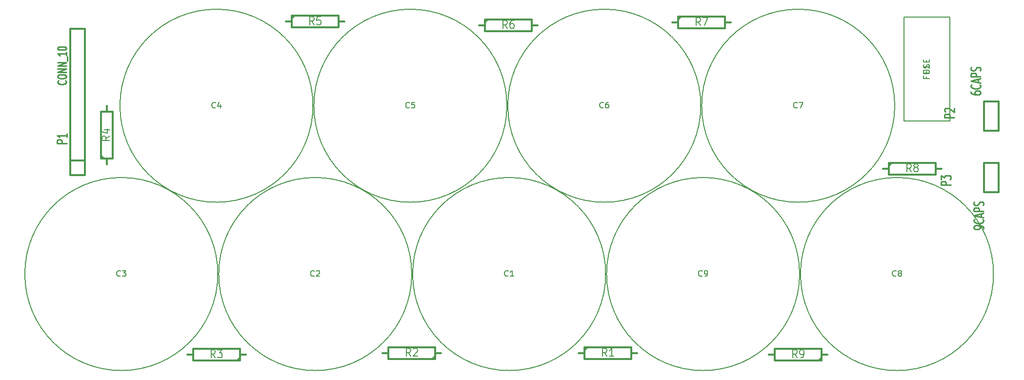
<source format=gto>
G04 (created by PCBNEW (2013-05-31 BZR 4019)-stable) date 4/29/2014 5:18:13 PM*
%MOIN*%
G04 Gerber Fmt 3.4, Leading zero omitted, Abs format*
%FSLAX34Y34*%
G01*
G70*
G90*
G04 APERTURE LIST*
%ADD10C,0.00393701*%
%ADD11C,0.00590551*%
%ADD12C,0.012*%
%ADD13C,0.0107*%
%ADD14C,0.01*%
%ADD15C,0.008*%
G04 APERTURE END LIST*
G54D10*
G54D11*
X77800Y-23456D02*
X79374Y-23456D01*
X79374Y-23456D02*
X79374Y-30543D01*
X79374Y-30543D02*
X76225Y-30543D01*
X76225Y-30543D02*
X76225Y-23456D01*
X76225Y-23456D02*
X77800Y-23456D01*
G54D12*
X20250Y-34250D02*
X19250Y-34250D01*
X19250Y-34250D02*
X19250Y-24250D01*
X19250Y-24250D02*
X20250Y-24250D01*
X20250Y-24250D02*
X20250Y-34250D01*
X20250Y-33250D02*
X19250Y-33250D01*
G54D11*
X55844Y-41000D02*
G75*
G03X55844Y-41000I-6594J0D01*
G74*
G01*
X42594Y-41000D02*
G75*
G03X42594Y-41000I-6594J0D01*
G74*
G01*
X29344Y-41000D02*
G75*
G03X29344Y-41000I-6594J0D01*
G74*
G01*
X35844Y-29500D02*
G75*
G03X35844Y-29500I-6594J0D01*
G74*
G01*
X49094Y-29500D02*
G75*
G03X49094Y-29500I-6594J0D01*
G74*
G01*
X62344Y-29500D02*
G75*
G03X62344Y-29500I-6594J0D01*
G74*
G01*
X75594Y-29500D02*
G75*
G03X75594Y-29500I-6594J0D01*
G74*
G01*
X82344Y-41000D02*
G75*
G03X82344Y-41000I-6594J0D01*
G74*
G01*
X69094Y-41000D02*
G75*
G03X69094Y-41000I-6594J0D01*
G74*
G01*
G54D12*
X54000Y-46400D02*
X54400Y-46400D01*
X54400Y-46400D02*
X54400Y-46000D01*
X54400Y-46000D02*
X57600Y-46000D01*
X57600Y-46000D02*
X57600Y-46800D01*
X57600Y-46800D02*
X54400Y-46800D01*
X54400Y-46800D02*
X54400Y-46400D01*
X54400Y-46200D02*
X54600Y-46000D01*
X58000Y-46400D02*
X57600Y-46400D01*
X44600Y-46400D02*
X44200Y-46400D01*
X44200Y-46400D02*
X44200Y-46800D01*
X44200Y-46800D02*
X41000Y-46800D01*
X41000Y-46800D02*
X41000Y-46000D01*
X41000Y-46000D02*
X44200Y-46000D01*
X44200Y-46000D02*
X44200Y-46400D01*
X44200Y-46600D02*
X44000Y-46800D01*
X40600Y-46400D02*
X41000Y-46400D01*
X31250Y-46500D02*
X30850Y-46500D01*
X30850Y-46500D02*
X30850Y-46900D01*
X30850Y-46900D02*
X27650Y-46900D01*
X27650Y-46900D02*
X27650Y-46100D01*
X27650Y-46100D02*
X30850Y-46100D01*
X30850Y-46100D02*
X30850Y-46500D01*
X30850Y-46700D02*
X30650Y-46900D01*
X27250Y-46500D02*
X27650Y-46500D01*
X21750Y-33500D02*
X21750Y-33100D01*
X21750Y-33100D02*
X21350Y-33100D01*
X21350Y-33100D02*
X21350Y-29900D01*
X21350Y-29900D02*
X22150Y-29900D01*
X22150Y-29900D02*
X22150Y-33100D01*
X22150Y-33100D02*
X21750Y-33100D01*
X21550Y-33100D02*
X21350Y-32900D01*
X21750Y-29500D02*
X21750Y-29900D01*
X34000Y-23750D02*
X34400Y-23750D01*
X34400Y-23750D02*
X34400Y-23350D01*
X34400Y-23350D02*
X37600Y-23350D01*
X37600Y-23350D02*
X37600Y-24150D01*
X37600Y-24150D02*
X34400Y-24150D01*
X34400Y-24150D02*
X34400Y-23750D01*
X34400Y-23550D02*
X34600Y-23350D01*
X38000Y-23750D02*
X37600Y-23750D01*
X60400Y-23800D02*
X60800Y-23800D01*
X60800Y-23800D02*
X60800Y-23400D01*
X60800Y-23400D02*
X64000Y-23400D01*
X64000Y-23400D02*
X64000Y-24200D01*
X64000Y-24200D02*
X60800Y-24200D01*
X60800Y-24200D02*
X60800Y-23800D01*
X60800Y-23600D02*
X61000Y-23400D01*
X64400Y-23800D02*
X64000Y-23800D01*
X74800Y-33800D02*
X75200Y-33800D01*
X75200Y-33800D02*
X75200Y-33400D01*
X75200Y-33400D02*
X78400Y-33400D01*
X78400Y-33400D02*
X78400Y-34200D01*
X78400Y-34200D02*
X75200Y-34200D01*
X75200Y-34200D02*
X75200Y-33800D01*
X75200Y-33600D02*
X75400Y-33400D01*
X78800Y-33800D02*
X78400Y-33800D01*
X71000Y-46500D02*
X70600Y-46500D01*
X70600Y-46500D02*
X70600Y-46900D01*
X70600Y-46900D02*
X67400Y-46900D01*
X67400Y-46900D02*
X67400Y-46100D01*
X67400Y-46100D02*
X70600Y-46100D01*
X70600Y-46100D02*
X70600Y-46500D01*
X70600Y-46700D02*
X70400Y-46900D01*
X67000Y-46500D02*
X67400Y-46500D01*
X47200Y-24000D02*
X47600Y-24000D01*
X47600Y-24000D02*
X47600Y-23600D01*
X47600Y-23600D02*
X50800Y-23600D01*
X50800Y-23600D02*
X50800Y-24400D01*
X50800Y-24400D02*
X47600Y-24400D01*
X47600Y-24400D02*
X47600Y-24000D01*
X47600Y-23800D02*
X47800Y-23600D01*
X51200Y-24000D02*
X50800Y-24000D01*
X82700Y-31200D02*
X81700Y-31200D01*
X81700Y-31200D02*
X81700Y-29200D01*
X81700Y-29200D02*
X82700Y-29200D01*
X82700Y-29200D02*
X82700Y-31200D01*
X81700Y-33400D02*
X82700Y-33400D01*
X82700Y-33400D02*
X82700Y-35400D01*
X82700Y-35400D02*
X81700Y-35400D01*
X81700Y-35400D02*
X81700Y-33400D01*
G54D11*
X77753Y-27131D02*
X77753Y-27262D01*
X77959Y-27262D02*
X77565Y-27262D01*
X77565Y-27074D01*
X77959Y-26718D02*
X77959Y-26943D01*
X77959Y-26831D02*
X77565Y-26831D01*
X77621Y-26868D01*
X77659Y-26906D01*
X77678Y-26943D01*
X77753Y-27515D02*
X77753Y-27646D01*
X77959Y-27646D02*
X77565Y-27646D01*
X77565Y-27459D01*
X77565Y-27309D02*
X77884Y-27309D01*
X77921Y-27290D01*
X77940Y-27271D01*
X77959Y-27234D01*
X77959Y-27159D01*
X77940Y-27121D01*
X77921Y-27103D01*
X77884Y-27084D01*
X77565Y-27084D01*
X77940Y-26915D02*
X77959Y-26859D01*
X77959Y-26765D01*
X77940Y-26728D01*
X77921Y-26709D01*
X77884Y-26690D01*
X77846Y-26690D01*
X77809Y-26709D01*
X77790Y-26728D01*
X77771Y-26765D01*
X77753Y-26840D01*
X77734Y-26878D01*
X77715Y-26896D01*
X77678Y-26915D01*
X77640Y-26915D01*
X77603Y-26896D01*
X77584Y-26878D01*
X77565Y-26840D01*
X77565Y-26746D01*
X77584Y-26690D01*
X77753Y-26521D02*
X77753Y-26390D01*
X77959Y-26334D02*
X77959Y-26521D01*
X77565Y-26521D01*
X77565Y-26334D01*
G54D13*
X79675Y-30315D02*
X78994Y-30315D01*
X78994Y-30152D01*
X79027Y-30112D01*
X79059Y-30091D01*
X79124Y-30071D01*
X79221Y-30071D01*
X79286Y-30091D01*
X79318Y-30112D01*
X79351Y-30152D01*
X79351Y-30315D01*
X79059Y-29908D02*
X79027Y-29887D01*
X78994Y-29847D01*
X78994Y-29745D01*
X79027Y-29704D01*
X79059Y-29684D01*
X79124Y-29663D01*
X79189Y-29663D01*
X79286Y-29684D01*
X79675Y-29928D01*
X79675Y-29663D01*
G54D12*
G54D13*
X79425Y-34915D02*
X78744Y-34915D01*
X78744Y-34752D01*
X78777Y-34712D01*
X78809Y-34691D01*
X78874Y-34671D01*
X78971Y-34671D01*
X79036Y-34691D01*
X79068Y-34712D01*
X79101Y-34752D01*
X79101Y-34915D01*
X78744Y-34528D02*
X78744Y-34263D01*
X79004Y-34406D01*
X79004Y-34345D01*
X79036Y-34304D01*
X79068Y-34284D01*
X79133Y-34263D01*
X79295Y-34263D01*
X79360Y-34284D01*
X79393Y-34304D01*
X79425Y-34345D01*
X79425Y-34467D01*
X79393Y-34508D01*
X79360Y-34528D01*
G54D12*
G54D13*
X19025Y-32065D02*
X18344Y-32065D01*
X18344Y-31902D01*
X18377Y-31862D01*
X18409Y-31841D01*
X18474Y-31821D01*
X18571Y-31821D01*
X18636Y-31841D01*
X18668Y-31862D01*
X18701Y-31902D01*
X18701Y-32065D01*
X19025Y-31413D02*
X19025Y-31658D01*
X19025Y-31536D02*
X18344Y-31536D01*
X18441Y-31576D01*
X18506Y-31617D01*
X18539Y-31658D01*
G54D12*
G54D14*
X18935Y-27788D02*
X18964Y-27807D01*
X18992Y-27864D01*
X18992Y-27902D01*
X18964Y-27959D01*
X18907Y-27997D01*
X18850Y-28016D01*
X18735Y-28035D01*
X18650Y-28035D01*
X18535Y-28016D01*
X18478Y-27997D01*
X18421Y-27959D01*
X18392Y-27902D01*
X18392Y-27864D01*
X18421Y-27807D01*
X18450Y-27788D01*
X18392Y-27540D02*
X18392Y-27464D01*
X18421Y-27426D01*
X18478Y-27388D01*
X18592Y-27369D01*
X18792Y-27369D01*
X18907Y-27388D01*
X18964Y-27426D01*
X18992Y-27464D01*
X18992Y-27540D01*
X18964Y-27578D01*
X18907Y-27616D01*
X18792Y-27635D01*
X18592Y-27635D01*
X18478Y-27616D01*
X18421Y-27578D01*
X18392Y-27540D01*
X18992Y-27197D02*
X18392Y-27197D01*
X18992Y-26969D01*
X18392Y-26969D01*
X18992Y-26778D02*
X18392Y-26778D01*
X18992Y-26550D01*
X18392Y-26550D01*
X19050Y-26454D02*
X19050Y-26150D01*
X18992Y-25845D02*
X18992Y-26073D01*
X18992Y-25959D02*
X18392Y-25959D01*
X18478Y-25997D01*
X18535Y-26035D01*
X18564Y-26073D01*
X18392Y-25597D02*
X18392Y-25559D01*
X18421Y-25521D01*
X18450Y-25502D01*
X18507Y-25483D01*
X18621Y-25464D01*
X18764Y-25464D01*
X18878Y-25483D01*
X18935Y-25502D01*
X18964Y-25521D01*
X18992Y-25559D01*
X18992Y-25597D01*
X18964Y-25635D01*
X18935Y-25654D01*
X18878Y-25673D01*
X18764Y-25692D01*
X18621Y-25692D01*
X18507Y-25673D01*
X18450Y-25654D01*
X18421Y-25635D01*
X18392Y-25597D01*
G54D12*
G54D11*
X49184Y-41121D02*
X49165Y-41140D01*
X49109Y-41159D01*
X49071Y-41159D01*
X49015Y-41140D01*
X48978Y-41103D01*
X48959Y-41065D01*
X48940Y-40990D01*
X48940Y-40934D01*
X48959Y-40859D01*
X48978Y-40821D01*
X49015Y-40784D01*
X49071Y-40765D01*
X49109Y-40765D01*
X49165Y-40784D01*
X49184Y-40803D01*
X49559Y-41159D02*
X49334Y-41159D01*
X49446Y-41159D02*
X49446Y-40765D01*
X49409Y-40821D01*
X49371Y-40859D01*
X49334Y-40878D01*
X35934Y-41121D02*
X35915Y-41140D01*
X35859Y-41159D01*
X35821Y-41159D01*
X35765Y-41140D01*
X35728Y-41103D01*
X35709Y-41065D01*
X35690Y-40990D01*
X35690Y-40934D01*
X35709Y-40859D01*
X35728Y-40821D01*
X35765Y-40784D01*
X35821Y-40765D01*
X35859Y-40765D01*
X35915Y-40784D01*
X35934Y-40803D01*
X36084Y-40803D02*
X36103Y-40784D01*
X36140Y-40765D01*
X36234Y-40765D01*
X36271Y-40784D01*
X36290Y-40803D01*
X36309Y-40840D01*
X36309Y-40878D01*
X36290Y-40934D01*
X36065Y-41159D01*
X36309Y-41159D01*
X22684Y-41121D02*
X22665Y-41140D01*
X22609Y-41159D01*
X22571Y-41159D01*
X22515Y-41140D01*
X22478Y-41103D01*
X22459Y-41065D01*
X22440Y-40990D01*
X22440Y-40934D01*
X22459Y-40859D01*
X22478Y-40821D01*
X22515Y-40784D01*
X22571Y-40765D01*
X22609Y-40765D01*
X22665Y-40784D01*
X22684Y-40803D01*
X22815Y-40765D02*
X23059Y-40765D01*
X22928Y-40915D01*
X22984Y-40915D01*
X23021Y-40934D01*
X23040Y-40953D01*
X23059Y-40990D01*
X23059Y-41084D01*
X23040Y-41121D01*
X23021Y-41140D01*
X22984Y-41159D01*
X22871Y-41159D01*
X22834Y-41140D01*
X22815Y-41121D01*
X29184Y-29621D02*
X29165Y-29640D01*
X29109Y-29659D01*
X29071Y-29659D01*
X29015Y-29640D01*
X28978Y-29603D01*
X28959Y-29565D01*
X28940Y-29490D01*
X28940Y-29434D01*
X28959Y-29359D01*
X28978Y-29321D01*
X29015Y-29284D01*
X29071Y-29265D01*
X29109Y-29265D01*
X29165Y-29284D01*
X29184Y-29303D01*
X29521Y-29396D02*
X29521Y-29659D01*
X29428Y-29246D02*
X29334Y-29528D01*
X29578Y-29528D01*
X42434Y-29621D02*
X42415Y-29640D01*
X42359Y-29659D01*
X42321Y-29659D01*
X42265Y-29640D01*
X42228Y-29603D01*
X42209Y-29565D01*
X42190Y-29490D01*
X42190Y-29434D01*
X42209Y-29359D01*
X42228Y-29321D01*
X42265Y-29284D01*
X42321Y-29265D01*
X42359Y-29265D01*
X42415Y-29284D01*
X42434Y-29303D01*
X42790Y-29265D02*
X42603Y-29265D01*
X42584Y-29453D01*
X42603Y-29434D01*
X42640Y-29415D01*
X42734Y-29415D01*
X42771Y-29434D01*
X42790Y-29453D01*
X42809Y-29490D01*
X42809Y-29584D01*
X42790Y-29621D01*
X42771Y-29640D01*
X42734Y-29659D01*
X42640Y-29659D01*
X42603Y-29640D01*
X42584Y-29621D01*
X55684Y-29621D02*
X55665Y-29640D01*
X55609Y-29659D01*
X55571Y-29659D01*
X55515Y-29640D01*
X55478Y-29603D01*
X55459Y-29565D01*
X55440Y-29490D01*
X55440Y-29434D01*
X55459Y-29359D01*
X55478Y-29321D01*
X55515Y-29284D01*
X55571Y-29265D01*
X55609Y-29265D01*
X55665Y-29284D01*
X55684Y-29303D01*
X56021Y-29265D02*
X55946Y-29265D01*
X55909Y-29284D01*
X55890Y-29303D01*
X55853Y-29359D01*
X55834Y-29434D01*
X55834Y-29584D01*
X55853Y-29621D01*
X55871Y-29640D01*
X55909Y-29659D01*
X55984Y-29659D01*
X56021Y-29640D01*
X56040Y-29621D01*
X56059Y-29584D01*
X56059Y-29490D01*
X56040Y-29453D01*
X56021Y-29434D01*
X55984Y-29415D01*
X55909Y-29415D01*
X55871Y-29434D01*
X55853Y-29453D01*
X55834Y-29490D01*
X68934Y-29621D02*
X68915Y-29640D01*
X68859Y-29659D01*
X68821Y-29659D01*
X68765Y-29640D01*
X68728Y-29603D01*
X68709Y-29565D01*
X68690Y-29490D01*
X68690Y-29434D01*
X68709Y-29359D01*
X68728Y-29321D01*
X68765Y-29284D01*
X68821Y-29265D01*
X68859Y-29265D01*
X68915Y-29284D01*
X68934Y-29303D01*
X69065Y-29265D02*
X69328Y-29265D01*
X69159Y-29659D01*
X75684Y-41121D02*
X75665Y-41140D01*
X75609Y-41159D01*
X75571Y-41159D01*
X75515Y-41140D01*
X75478Y-41103D01*
X75459Y-41065D01*
X75440Y-40990D01*
X75440Y-40934D01*
X75459Y-40859D01*
X75478Y-40821D01*
X75515Y-40784D01*
X75571Y-40765D01*
X75609Y-40765D01*
X75665Y-40784D01*
X75684Y-40803D01*
X75909Y-40934D02*
X75871Y-40915D01*
X75853Y-40896D01*
X75834Y-40859D01*
X75834Y-40840D01*
X75853Y-40803D01*
X75871Y-40784D01*
X75909Y-40765D01*
X75984Y-40765D01*
X76021Y-40784D01*
X76040Y-40803D01*
X76059Y-40840D01*
X76059Y-40859D01*
X76040Y-40896D01*
X76021Y-40915D01*
X75984Y-40934D01*
X75909Y-40934D01*
X75871Y-40953D01*
X75853Y-40971D01*
X75834Y-41009D01*
X75834Y-41084D01*
X75853Y-41121D01*
X75871Y-41140D01*
X75909Y-41159D01*
X75984Y-41159D01*
X76021Y-41140D01*
X76040Y-41121D01*
X76059Y-41084D01*
X76059Y-41009D01*
X76040Y-40971D01*
X76021Y-40953D01*
X75984Y-40934D01*
X62434Y-41121D02*
X62415Y-41140D01*
X62359Y-41159D01*
X62321Y-41159D01*
X62265Y-41140D01*
X62228Y-41103D01*
X62209Y-41065D01*
X62190Y-40990D01*
X62190Y-40934D01*
X62209Y-40859D01*
X62228Y-40821D01*
X62265Y-40784D01*
X62321Y-40765D01*
X62359Y-40765D01*
X62415Y-40784D01*
X62434Y-40803D01*
X62621Y-41159D02*
X62696Y-41159D01*
X62734Y-41140D01*
X62753Y-41121D01*
X62790Y-41065D01*
X62809Y-40990D01*
X62809Y-40840D01*
X62790Y-40803D01*
X62771Y-40784D01*
X62734Y-40765D01*
X62659Y-40765D01*
X62621Y-40784D01*
X62603Y-40803D01*
X62584Y-40840D01*
X62584Y-40934D01*
X62603Y-40971D01*
X62621Y-40990D01*
X62659Y-41009D01*
X62734Y-41009D01*
X62771Y-40990D01*
X62790Y-40971D01*
X62809Y-40934D01*
G54D15*
X55916Y-46622D02*
X55750Y-46360D01*
X55630Y-46622D02*
X55630Y-46072D01*
X55821Y-46072D01*
X55869Y-46098D01*
X55892Y-46125D01*
X55916Y-46177D01*
X55916Y-46255D01*
X55892Y-46308D01*
X55869Y-46334D01*
X55821Y-46360D01*
X55630Y-46360D01*
X56392Y-46622D02*
X56107Y-46622D01*
X56250Y-46622D02*
X56250Y-46072D01*
X56202Y-46151D01*
X56154Y-46203D01*
X56107Y-46229D01*
X42516Y-46622D02*
X42350Y-46360D01*
X42230Y-46622D02*
X42230Y-46072D01*
X42421Y-46072D01*
X42469Y-46098D01*
X42492Y-46125D01*
X42516Y-46177D01*
X42516Y-46255D01*
X42492Y-46308D01*
X42469Y-46334D01*
X42421Y-46360D01*
X42230Y-46360D01*
X42707Y-46125D02*
X42730Y-46098D01*
X42778Y-46072D01*
X42897Y-46072D01*
X42945Y-46098D01*
X42969Y-46125D01*
X42992Y-46177D01*
X42992Y-46229D01*
X42969Y-46308D01*
X42683Y-46622D01*
X42992Y-46622D01*
X29166Y-46722D02*
X29000Y-46460D01*
X28880Y-46722D02*
X28880Y-46172D01*
X29071Y-46172D01*
X29119Y-46198D01*
X29142Y-46225D01*
X29166Y-46277D01*
X29166Y-46355D01*
X29142Y-46408D01*
X29119Y-46434D01*
X29071Y-46460D01*
X28880Y-46460D01*
X29333Y-46172D02*
X29642Y-46172D01*
X29476Y-46382D01*
X29547Y-46382D01*
X29595Y-46408D01*
X29619Y-46434D01*
X29642Y-46486D01*
X29642Y-46617D01*
X29619Y-46670D01*
X29595Y-46696D01*
X29547Y-46722D01*
X29404Y-46722D01*
X29357Y-46696D01*
X29333Y-46670D01*
X21972Y-31583D02*
X21710Y-31750D01*
X21972Y-31869D02*
X21422Y-31869D01*
X21422Y-31678D01*
X21448Y-31630D01*
X21475Y-31607D01*
X21527Y-31583D01*
X21605Y-31583D01*
X21658Y-31607D01*
X21684Y-31630D01*
X21710Y-31678D01*
X21710Y-31869D01*
X21605Y-31154D02*
X21972Y-31154D01*
X21396Y-31273D02*
X21789Y-31392D01*
X21789Y-31083D01*
X35916Y-23972D02*
X35750Y-23710D01*
X35630Y-23972D02*
X35630Y-23422D01*
X35821Y-23422D01*
X35869Y-23448D01*
X35892Y-23475D01*
X35916Y-23527D01*
X35916Y-23605D01*
X35892Y-23658D01*
X35869Y-23684D01*
X35821Y-23710D01*
X35630Y-23710D01*
X36369Y-23422D02*
X36130Y-23422D01*
X36107Y-23684D01*
X36130Y-23658D01*
X36178Y-23632D01*
X36297Y-23632D01*
X36345Y-23658D01*
X36369Y-23684D01*
X36392Y-23736D01*
X36392Y-23867D01*
X36369Y-23920D01*
X36345Y-23946D01*
X36297Y-23972D01*
X36178Y-23972D01*
X36130Y-23946D01*
X36107Y-23920D01*
X62316Y-24022D02*
X62150Y-23760D01*
X62030Y-24022D02*
X62030Y-23472D01*
X62221Y-23472D01*
X62269Y-23498D01*
X62292Y-23525D01*
X62316Y-23577D01*
X62316Y-23655D01*
X62292Y-23708D01*
X62269Y-23734D01*
X62221Y-23760D01*
X62030Y-23760D01*
X62483Y-23472D02*
X62816Y-23472D01*
X62602Y-24022D01*
X76716Y-34022D02*
X76550Y-33760D01*
X76430Y-34022D02*
X76430Y-33472D01*
X76621Y-33472D01*
X76669Y-33498D01*
X76692Y-33525D01*
X76716Y-33577D01*
X76716Y-33655D01*
X76692Y-33708D01*
X76669Y-33734D01*
X76621Y-33760D01*
X76430Y-33760D01*
X77002Y-33708D02*
X76954Y-33682D01*
X76930Y-33655D01*
X76907Y-33603D01*
X76907Y-33577D01*
X76930Y-33525D01*
X76954Y-33498D01*
X77002Y-33472D01*
X77097Y-33472D01*
X77145Y-33498D01*
X77169Y-33525D01*
X77192Y-33577D01*
X77192Y-33603D01*
X77169Y-33655D01*
X77145Y-33682D01*
X77097Y-33708D01*
X77002Y-33708D01*
X76954Y-33734D01*
X76930Y-33760D01*
X76907Y-33813D01*
X76907Y-33917D01*
X76930Y-33970D01*
X76954Y-33996D01*
X77002Y-34022D01*
X77097Y-34022D01*
X77145Y-33996D01*
X77169Y-33970D01*
X77192Y-33917D01*
X77192Y-33813D01*
X77169Y-33760D01*
X77145Y-33734D01*
X77097Y-33708D01*
X68916Y-46722D02*
X68750Y-46460D01*
X68630Y-46722D02*
X68630Y-46172D01*
X68821Y-46172D01*
X68869Y-46198D01*
X68892Y-46225D01*
X68916Y-46277D01*
X68916Y-46355D01*
X68892Y-46408D01*
X68869Y-46434D01*
X68821Y-46460D01*
X68630Y-46460D01*
X69154Y-46722D02*
X69250Y-46722D01*
X69297Y-46696D01*
X69321Y-46670D01*
X69369Y-46591D01*
X69392Y-46486D01*
X69392Y-46277D01*
X69369Y-46225D01*
X69345Y-46198D01*
X69297Y-46172D01*
X69202Y-46172D01*
X69154Y-46198D01*
X69130Y-46225D01*
X69107Y-46277D01*
X69107Y-46408D01*
X69130Y-46460D01*
X69154Y-46486D01*
X69202Y-46513D01*
X69297Y-46513D01*
X69345Y-46486D01*
X69369Y-46460D01*
X69392Y-46408D01*
X49116Y-24222D02*
X48950Y-23960D01*
X48830Y-24222D02*
X48830Y-23672D01*
X49021Y-23672D01*
X49069Y-23698D01*
X49092Y-23725D01*
X49116Y-23777D01*
X49116Y-23855D01*
X49092Y-23908D01*
X49069Y-23934D01*
X49021Y-23960D01*
X48830Y-23960D01*
X49545Y-23672D02*
X49450Y-23672D01*
X49402Y-23698D01*
X49378Y-23725D01*
X49330Y-23803D01*
X49307Y-23908D01*
X49307Y-24117D01*
X49330Y-24170D01*
X49354Y-24196D01*
X49402Y-24222D01*
X49497Y-24222D01*
X49545Y-24196D01*
X49569Y-24170D01*
X49592Y-24117D01*
X49592Y-23986D01*
X49569Y-23934D01*
X49545Y-23908D01*
X49497Y-23882D01*
X49402Y-23882D01*
X49354Y-23908D01*
X49330Y-23934D01*
X49307Y-23986D01*
G54D13*
X80794Y-28533D02*
X80794Y-28615D01*
X80827Y-28655D01*
X80859Y-28676D01*
X80956Y-28717D01*
X81086Y-28737D01*
X81345Y-28737D01*
X81410Y-28717D01*
X81443Y-28696D01*
X81475Y-28655D01*
X81475Y-28574D01*
X81443Y-28533D01*
X81410Y-28513D01*
X81345Y-28492D01*
X81183Y-28492D01*
X81118Y-28513D01*
X81086Y-28533D01*
X81054Y-28574D01*
X81054Y-28655D01*
X81086Y-28696D01*
X81118Y-28717D01*
X81183Y-28737D01*
X81410Y-28064D02*
X81443Y-28085D01*
X81475Y-28146D01*
X81475Y-28187D01*
X81443Y-28248D01*
X81378Y-28289D01*
X81313Y-28309D01*
X81183Y-28329D01*
X81086Y-28329D01*
X80956Y-28309D01*
X80891Y-28289D01*
X80827Y-28248D01*
X80794Y-28187D01*
X80794Y-28146D01*
X80827Y-28085D01*
X80859Y-28064D01*
X81281Y-27901D02*
X81281Y-27698D01*
X81475Y-27942D02*
X80794Y-27799D01*
X81475Y-27657D01*
X81475Y-27514D02*
X80794Y-27514D01*
X80794Y-27351D01*
X80827Y-27310D01*
X80859Y-27290D01*
X80924Y-27270D01*
X81021Y-27270D01*
X81086Y-27290D01*
X81118Y-27310D01*
X81151Y-27351D01*
X81151Y-27514D01*
X81443Y-27107D02*
X81475Y-27045D01*
X81475Y-26944D01*
X81443Y-26903D01*
X81410Y-26882D01*
X81345Y-26862D01*
X81281Y-26862D01*
X81216Y-26882D01*
X81183Y-26903D01*
X81151Y-26944D01*
X81118Y-27025D01*
X81086Y-27066D01*
X81054Y-27086D01*
X80989Y-27107D01*
X80924Y-27107D01*
X80859Y-27086D01*
X80827Y-27066D01*
X80794Y-27025D01*
X80794Y-26923D01*
X80827Y-26862D01*
X81675Y-37896D02*
X81675Y-37815D01*
X81643Y-37774D01*
X81610Y-37754D01*
X81513Y-37713D01*
X81383Y-37692D01*
X81124Y-37692D01*
X81059Y-37713D01*
X81027Y-37733D01*
X80994Y-37774D01*
X80994Y-37855D01*
X81027Y-37896D01*
X81059Y-37917D01*
X81124Y-37937D01*
X81286Y-37937D01*
X81351Y-37917D01*
X81383Y-37896D01*
X81416Y-37855D01*
X81416Y-37774D01*
X81383Y-37733D01*
X81351Y-37713D01*
X81286Y-37692D01*
X81610Y-37264D02*
X81643Y-37285D01*
X81675Y-37346D01*
X81675Y-37387D01*
X81643Y-37448D01*
X81578Y-37489D01*
X81513Y-37509D01*
X81383Y-37529D01*
X81286Y-37529D01*
X81156Y-37509D01*
X81091Y-37489D01*
X81027Y-37448D01*
X80994Y-37387D01*
X80994Y-37346D01*
X81027Y-37285D01*
X81059Y-37264D01*
X81481Y-37101D02*
X81481Y-36898D01*
X81675Y-37142D02*
X80994Y-36999D01*
X81675Y-36857D01*
X81675Y-36714D02*
X80994Y-36714D01*
X80994Y-36551D01*
X81027Y-36510D01*
X81059Y-36490D01*
X81124Y-36470D01*
X81221Y-36470D01*
X81286Y-36490D01*
X81318Y-36510D01*
X81351Y-36551D01*
X81351Y-36714D01*
X81643Y-36307D02*
X81675Y-36245D01*
X81675Y-36144D01*
X81643Y-36103D01*
X81610Y-36082D01*
X81545Y-36062D01*
X81481Y-36062D01*
X81416Y-36082D01*
X81383Y-36103D01*
X81351Y-36144D01*
X81318Y-36225D01*
X81286Y-36266D01*
X81254Y-36286D01*
X81189Y-36307D01*
X81124Y-36307D01*
X81059Y-36286D01*
X81027Y-36266D01*
X80994Y-36225D01*
X80994Y-36123D01*
X81027Y-36062D01*
M02*

</source>
